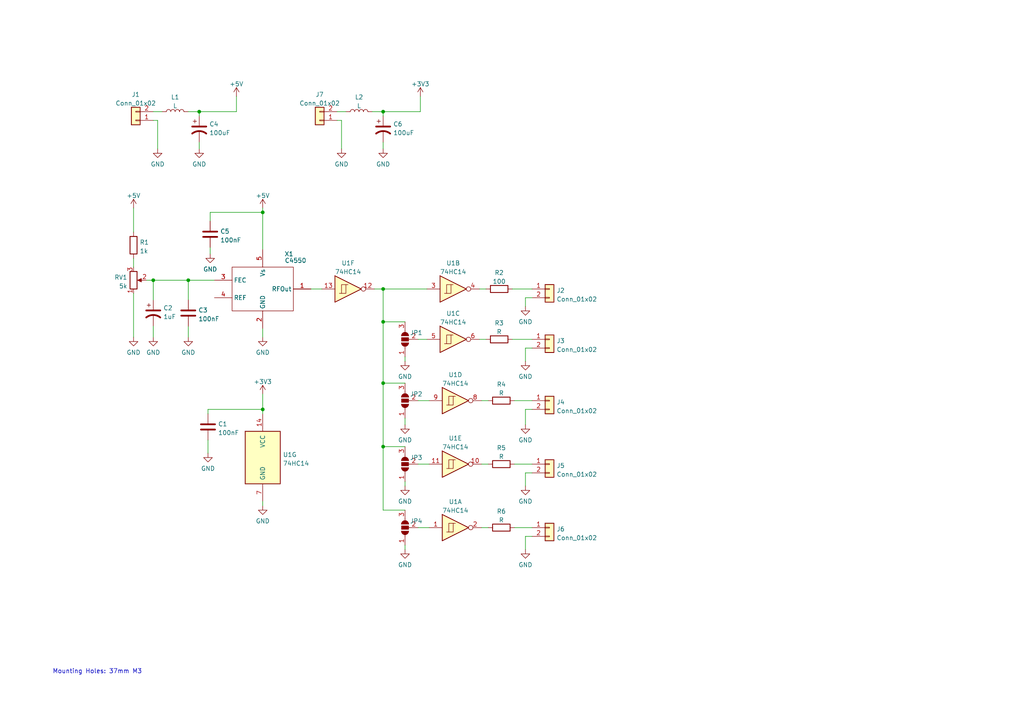
<source format=kicad_sch>
(kicad_sch (version 20211123) (generator eeschema)
  (paper "A4")
  (lib_symbols
    (symbol "74xx:74HC14" (pin_names (offset 1.016))
      (property "Reference" "U" (at 0 1.27 0))
      (property "Value" "74HC14" (at 0 -1.27 0))
      (symbol "74HC14_1_0"
        (polyline (pts (xy -3.81 3.81) (xy -3.81 -3.81) (xy 3.81 0) (xy -3.81 3.81)) (stroke (width 0.254)) (fill (type background)))
        (pin input line (at -7.62 0 0) (length 3.81) (name "~") (number "1"))
        (pin output inverted (at 7.62 0 180) (length 3.81) (name "~") (number "2"))
      )
      (symbol "74HC14_1_1"
        (polyline (pts (xy -1.905 -1.27) (xy -1.905 1.27) (xy -0.635 1.27)))
        (polyline (pts (xy -2.54 -1.27) (xy -0.635 -1.27) (xy -0.635 1.27) (xy 0 1.27)))
      )
      (symbol "74HC14_2_0"
        (polyline (pts (xy -3.81 3.81) (xy -3.81 -3.81) (xy 3.81 0) (xy -3.81 3.81)) (stroke (width 0.254)) (fill (type background)))
        (pin input line (at -7.62 0 0) (length 3.81) (name "~") (number "3"))
        (pin output inverted (at 7.62 0 180) (length 3.81) (name "~") (number "4"))
      )
      (symbol "74HC14_2_1"
        (polyline (pts (xy -1.905 -1.27) (xy -1.905 1.27) (xy -0.635 1.27)))
        (polyline (pts (xy -2.54 -1.27) (xy -0.635 -1.27) (xy -0.635 1.27) (xy 0 1.27)))
      )
      (symbol "74HC14_3_0"
        (polyline (pts (xy -3.81 3.81) (xy -3.81 -3.81) (xy 3.81 0) (xy -3.81 3.81)) (stroke (width 0.254)) (fill (type background)))
        (pin input line (at -7.62 0 0) (length 3.81) (name "~") (number "5"))
        (pin output inverted (at 7.62 0 180) (length 3.81) (name "~") (number "6"))
      )
      (symbol "74HC14_3_1"
        (polyline (pts (xy -1.905 -1.27) (xy -1.905 1.27) (xy -0.635 1.27)))
        (polyline (pts (xy -2.54 -1.27) (xy -0.635 -1.27) (xy -0.635 1.27) (xy 0 1.27)))
      )
      (symbol "74HC14_4_0"
        (polyline (pts (xy -3.81 3.81) (xy -3.81 -3.81) (xy 3.81 0) (xy -3.81 3.81)) (stroke (width 0.254)) (fill (type background)))
        (pin output inverted (at 7.62 0 180) (length 3.81) (name "~") (number "8"))
        (pin input line (at -7.62 0 0) (length 3.81) (name "~") (number "9"))
      )
      (symbol "74HC14_4_1"
        (polyline (pts (xy -1.905 -1.27) (xy -1.905 1.27) (xy -0.635 1.27)))
        (polyline (pts (xy -2.54 -1.27) (xy -0.635 -1.27) (xy -0.635 1.27) (xy 0 1.27)))
      )
      (symbol "74HC14_5_0"
        (polyline (pts (xy -3.81 3.81) (xy -3.81 -3.81) (xy 3.81 0) (xy -3.81 3.81)) (stroke (width 0.254)) (fill (type background)))
        (pin output inverted (at 7.62 0 180) (length 3.81) (name "~") (number "10"))
        (pin input line (at -7.62 0 0) (length 3.81) (name "~") (number "11"))
      )
      (symbol "74HC14_5_1"
        (polyline (pts (xy -1.905 -1.27) (xy -1.905 1.27) (xy -0.635 1.27)))
        (polyline (pts (xy -2.54 -1.27) (xy -0.635 -1.27) (xy -0.635 1.27) (xy 0 1.27)))
      )
      (symbol "74HC14_6_0"
        (polyline (pts (xy -3.81 3.81) (xy -3.81 -3.81) (xy 3.81 0) (xy -3.81 3.81)) (stroke (width 0.254)) (fill (type background)))
        (pin output inverted (at 7.62 0 180) (length 3.81) (name "~") (number "12"))
        (pin input line (at -7.62 0 0) (length 3.81) (name "~") (number "13"))
      )
      (symbol "74HC14_6_1"
        (polyline (pts (xy -1.905 -1.27) (xy -1.905 1.27) (xy -0.635 1.27)))
        (polyline (pts (xy -2.54 -1.27) (xy -0.635 -1.27) (xy -0.635 1.27) (xy 0 1.27)))
      )
      (symbol "74HC14_7_0"
        (pin power_in line (at 0 12.7 270) (length 5.08) (name "VCC") (number "14"))
        (pin power_in line (at 0 -12.7 90) (length 5.08) (name "GND") (number "7"))
      )
      (symbol "74HC14_7_1"
        (rectangle (start -5.08 7.62) (end 5.08 -7.62) (stroke (width 0.254)) (fill (type background)))
      )
    )
    (symbol "C4550:C4550"
      (property "Reference" "X" (at 5.08 11.43 0))
      (property "Value" "C4550" (at 7.62 8.89 0))
      (symbol "C4550_0_1"
        (rectangle (start -8.89 6.35) (end 8.89 -6.35) (stroke (width 0.1524)))
      )
      (symbol "C4550_1_1"
        (pin output line (at 13.97 0 180) (length 5.08) (name "RFOut") (number "1"))
        (pin input line (at 0 -11.43 90) (length 5.08) (name "GND") (number "2"))
        (pin output line (at -13.97 2.54 0) (length 5.08) (name "FEC") (number "3"))
        (pin output line (at -13.97 -2.54 0) (length 5.08) (name "REF") (number "4"))
        (pin output line (at 0 11.43 270) (length 5.08) (name "Vs") (number "5"))
      )
    )
    (symbol "Connector_Generic:Conn_01x02" (pin_names (offset 1.016) hide)
      (property "Reference" "J" (at 0 2.54 0))
      (property "Value" "Conn_01x02" (at 0 -5.08 0))
      (symbol "Conn_01x02_1_1"
        (rectangle (start -1.27 -2.413) (end 0 -2.667) (stroke (width 0.1524)))
        (rectangle (start -1.27 0.127) (end 0 -0.127) (stroke (width 0.1524)))
        (rectangle (start -1.27 1.27) (end 1.27 -3.81) (stroke (width 0.254)) (fill (type background)))
        (pin passive line (at -5.08 0 0) (length 3.81) (name "Pin_1") (number "1"))
        (pin passive line (at -5.08 -2.54 0) (length 3.81) (name "Pin_2") (number "2"))
      )
    )
    (symbol "Device:C" (pin_numbers hide) (pin_names (offset 0.254))
      (property "Reference" "C" (at 0.635 2.54 0))
      (property "Value" "C" (at 0.635 -2.54 0))
      (symbol "C_0_1"
        (polyline (pts (xy -2.032 -0.762) (xy 2.032 -0.762)) (stroke (width 0.508)))
        (polyline (pts (xy -2.032 0.762) (xy 2.032 0.762)) (stroke (width 0.508)))
      )
      (symbol "C_1_1"
        (pin passive line (at 0 3.81 270) (length 2.794) (name "~") (number "1"))
        (pin passive line (at 0 -3.81 90) (length 2.794) (name "~") (number "2"))
      )
    )
    (symbol "Device:C_Polarized_US" (pin_numbers hide) (pin_names (offset 0.254) hide)
      (property "Reference" "C" (at 0.635 2.54 0))
      (property "Value" "C_Polarized_US" (at 0.635 -2.54 0))
      (symbol "C_Polarized_US_0_1"
        (polyline (pts (xy -2.032 0.762) (xy 2.032 0.762)) (stroke (width 0.508)))
        (polyline (pts (xy -1.778 2.286) (xy -0.762 2.286)))
        (polyline (pts (xy -1.27 1.778) (xy -1.27 2.794)))
        (arc (start 2.032 -1.27) (mid 0 -0.5572) (end -2.032 -1.27) (stroke (width 0.508)))
      )
      (symbol "C_Polarized_US_1_1"
        (pin passive line (at 0 3.81 270) (length 2.794) (name "~") (number "1"))
        (pin passive line (at 0 -3.81 90) (length 3.302) (name "~") (number "2"))
      )
    )
    (symbol "Device:L" (pin_numbers hide) (pin_names (offset 1.016) hide)
      (property "Reference" "L" (at -1.27 0 90))
      (property "Value" "L" (at 1.905 0 90))
      (symbol "L_0_1"
        (arc (start 0 -2.54) (mid 0.635 -1.905) (end 0 -1.27))
        (arc (start 0 -1.27) (mid 0.635 -0.635) (end 0 0))
        (arc (start 0 0) (mid 0.635 0.635) (end 0 1.27))
        (arc (start 0 1.27) (mid 0.635 1.905) (end 0 2.54))
      )
      (symbol "L_1_1"
        (pin passive line (at 0 3.81 270) (length 1.27) (name "1") (number "1"))
        (pin passive line (at 0 -3.81 90) (length 1.27) (name "2") (number "2"))
      )
    )
    (symbol "Device:R" (pin_numbers hide) (pin_names (offset 0))
      (property "Reference" "R" (at 2.032 0 90))
      (property "Value" "R" (at 0 0 90))
      (symbol "R_0_1"
        (rectangle (start -1.016 -2.54) (end 1.016 2.54) (stroke (width 0.254)))
      )
      (symbol "R_1_1"
        (pin passive line (at 0 3.81 270) (length 1.27) (name "~") (number "1"))
        (pin passive line (at 0 -3.81 90) (length 1.27) (name "~") (number "2"))
      )
    )
    (symbol "Device:R_Potentiometer" (pin_names (offset 1.016) hide)
      (property "Reference" "RV" (at -4.445 0 90))
      (property "Value" "R_Potentiometer" (at -2.54 0 90))
      (symbol "R_Potentiometer_0_1"
        (polyline (pts (xy 2.54 0) (xy 1.524 0)))
        (polyline (pts (xy 1.143 0) (xy 2.286 0.508) (xy 2.286 -0.508) (xy 1.143 0)) (fill (type outline)))
        (rectangle (start 1.016 2.54) (end -1.016 -2.54) (stroke (width 0.254)))
      )
      (symbol "R_Potentiometer_1_1"
        (pin passive line (at 0 3.81 270) (length 1.27) (name "1") (number "1"))
        (pin passive line (at 3.81 0 180) (length 1.27) (name "2") (number "2"))
        (pin passive line (at 0 -3.81 90) (length 1.27) (name "3") (number "3"))
      )
    )
    (symbol "Jumper:SolderJumper_3_Open" (pin_names (offset 0) hide)
      (property "Reference" "JP" (at -2.54 -2.54 0))
      (property "Value" "SolderJumper_3_Open" (at 0 2.794 0))
      (symbol "SolderJumper_3_Open_0_1"
        (arc (start -1.016 1.016) (mid -2.032 0) (end -1.016 -1.016))
        (arc (start -1.016 1.016) (mid -2.032 0) (end -1.016 -1.016) (fill (type outline)))
        (rectangle (start -0.508 1.016) (end 0.508 -1.016) (fill (type outline)))
        (polyline (pts (xy -2.54 0) (xy -2.032 0)))
        (polyline (pts (xy -1.016 1.016) (xy -1.016 -1.016)))
        (polyline (pts (xy 0 -1.27) (xy 0 -1.016)))
        (polyline (pts (xy 1.016 1.016) (xy 1.016 -1.016)))
        (polyline (pts (xy 2.54 0) (xy 2.032 0)))
        (arc (start 1.016 -1.016) (mid 2.032 0) (end 1.016 1.016))
        (arc (start 1.016 -1.016) (mid 2.032 0) (end 1.016 1.016) (fill (type outline)))
      )
      (symbol "SolderJumper_3_Open_1_1"
        (pin passive line (at -5.08 0 0) (length 2.54) (name "A") (number "1"))
        (pin passive line (at 0 -3.81 90) (length 2.54) (name "C") (number "2"))
        (pin passive line (at 5.08 0 180) (length 2.54) (name "B") (number "3"))
      )
    )
    (symbol "power:+3.3V" (power) (pin_names (offset 0))
      (property "Value" "+3.3V" (at 0 3.556 0))
      (symbol "+3.3V_0_1"
        (polyline (pts (xy -0.762 1.27) (xy 0 2.54)))
        (polyline (pts (xy 0 0) (xy 0 2.54)))
        (polyline (pts (xy 0 2.54) (xy 0.762 1.27)))
      )
      (symbol "+3.3V_1_1"
        (pin power_in line (at 0 0 90) (length 0) hide (name "+3V3") (number "1"))
      )
    )
    (symbol "power:+5V" (power) (pin_names (offset 0))
      (property "Value" "+5V" (at 0 3.556 0))
      (symbol "+5V_0_1"
        (polyline (pts (xy -0.762 1.27) (xy 0 2.54)))
        (polyline (pts (xy 0 0) (xy 0 2.54)))
        (polyline (pts (xy 0 2.54) (xy 0.762 1.27)))
      )
      (symbol "+5V_1_1"
        (pin power_in line (at 0 0 90) (length 0) hide (name "+5V") (number "1"))
      )
    )
    (symbol "power:GND" (power) (pin_names (offset 0))
      (property "Value" "GND" (at 0 -3.81 0))
      (symbol "GND_0_1"
        (polyline (pts (xy 0 0) (xy 0 -1.27) (xy 1.27 -1.27) (xy 0 -2.54) (xy -1.27 -1.27) (xy 0 -1.27)))
      )
      (symbol "GND_1_1"
        (pin power_in line (at 0 0 270) (length 0) hide (name "GND") (number "1"))
      )
    )
  )
  (junction (at 111.125 93.345))
  (junction (at 111.125 83.82))
  (junction (at 44.45 81.28))
  (junction (at 76.2 118.745))
  (junction (at 111.125 32.385))
  (junction (at 111.125 111.125))
  (junction (at 76.2 61.595))
  (junction (at 111.125 129.54))
  (junction (at 57.785 32.385))
  (junction (at 54.61 81.28))
  (wire (pts (xy 111.125 93.345) (xy 111.125 111.125)))
  (wire (pts (xy 154.305 86.36) (xy 152.4 86.36)))
  (wire (pts (xy 97.79 32.385) (xy 100.33 32.385)))
  (wire (pts (xy 111.125 41.275) (xy 111.125 43.18)))
  (wire (pts (xy 121.285 98.425) (xy 123.825 98.425)))
  (wire (pts (xy 54.61 94.615) (xy 54.61 97.79)))
  (wire (pts (xy 111.125 83.82) (xy 123.825 83.82)))
  (wire (pts (xy 57.785 32.385) (xy 68.58 32.385)))
  (wire (pts (xy 148.59 83.82) (xy 154.305 83.82)))
  (wire (pts (xy 152.4 159.385) (xy 152.4 155.575)))
  (wire (pts (xy 111.125 32.385) (xy 121.92 32.385)))
  (wire (pts (xy 149.225 153.035) (xy 154.305 153.035)))
  (wire (pts (xy 152.4 155.575) (xy 154.305 155.575)))
  (wire (pts (xy 121.285 134.62) (xy 124.46 134.62)))
  (wire (pts (xy 76.2 95.25) (xy 76.2 97.79)))
  (wire (pts (xy 76.2 61.595) (xy 76.2 72.39)))
  (wire (pts (xy 45.72 34.925) (xy 45.72 43.18)))
  (wire (pts (xy 111.125 111.125) (xy 117.475 111.125)))
  (wire (pts (xy 152.4 104.775) (xy 152.4 100.965)))
  (wire (pts (xy 44.45 34.925) (xy 45.72 34.925)))
  (wire (pts (xy 139.065 98.425) (xy 140.97 98.425)))
  (wire (pts (xy 42.545 81.28) (xy 44.45 81.28)))
  (wire (pts (xy 76.2 60.325) (xy 76.2 61.595)))
  (wire (pts (xy 54.61 81.28) (xy 62.23 81.28)))
  (wire (pts (xy 152.4 118.745) (xy 154.305 118.745)))
  (wire (pts (xy 76.2 114.3) (xy 76.2 118.745)))
  (wire (pts (xy 60.96 61.595) (xy 76.2 61.595)))
  (wire (pts (xy 107.95 32.385) (xy 111.125 32.385)))
  (wire (pts (xy 111.125 129.54) (xy 117.475 129.54)))
  (wire (pts (xy 121.285 116.205) (xy 124.46 116.205)))
  (wire (pts (xy 38.735 60.325) (xy 38.735 67.31)))
  (wire (pts (xy 44.45 32.385) (xy 46.99 32.385)))
  (wire (pts (xy 111.125 32.385) (xy 111.125 33.655)))
  (wire (pts (xy 117.475 139.7) (xy 117.475 140.97)))
  (wire (pts (xy 44.45 81.28) (xy 44.45 86.995)))
  (wire (pts (xy 148.59 98.425) (xy 154.305 98.425)))
  (wire (pts (xy 57.785 32.385) (xy 57.785 33.655)))
  (wire (pts (xy 111.125 93.345) (xy 117.475 93.345)))
  (wire (pts (xy 152.4 86.36) (xy 152.4 88.9)))
  (wire (pts (xy 76.2 118.745) (xy 76.2 120.015)))
  (wire (pts (xy 111.125 129.54) (xy 111.125 147.955)))
  (wire (pts (xy 108.585 83.82) (xy 111.125 83.82)))
  (wire (pts (xy 111.125 147.955) (xy 117.475 147.955)))
  (wire (pts (xy 111.125 111.125) (xy 111.125 129.54)))
  (wire (pts (xy 54.61 81.28) (xy 54.61 86.995)))
  (wire (pts (xy 97.79 34.925) (xy 99.06 34.925)))
  (wire (pts (xy 121.92 27.94) (xy 121.92 32.385)))
  (wire (pts (xy 149.225 116.205) (xy 154.305 116.205)))
  (wire (pts (xy 60.325 118.745) (xy 60.325 120.015)))
  (wire (pts (xy 139.7 153.035) (xy 141.605 153.035)))
  (wire (pts (xy 152.4 100.965) (xy 154.305 100.965)))
  (wire (pts (xy 139.065 83.82) (xy 140.97 83.82)))
  (wire (pts (xy 152.4 123.19) (xy 152.4 118.745)))
  (wire (pts (xy 121.285 153.035) (xy 124.46 153.035)))
  (wire (pts (xy 99.06 34.925) (xy 99.06 43.18)))
  (wire (pts (xy 57.785 41.275) (xy 57.785 43.18)))
  (wire (pts (xy 44.45 81.28) (xy 54.61 81.28)))
  (wire (pts (xy 152.4 140.97) (xy 152.4 137.16)))
  (wire (pts (xy 38.735 74.93) (xy 38.735 77.47)))
  (wire (pts (xy 76.2 145.415) (xy 76.2 146.685)))
  (wire (pts (xy 111.125 83.82) (xy 111.125 93.345)))
  (wire (pts (xy 44.45 94.615) (xy 44.45 97.79)))
  (wire (pts (xy 60.96 64.135) (xy 60.96 61.595)))
  (wire (pts (xy 60.325 127.635) (xy 60.325 131.445)))
  (wire (pts (xy 54.61 32.385) (xy 57.785 32.385)))
  (wire (pts (xy 117.475 103.505) (xy 117.475 104.775)))
  (wire (pts (xy 139.7 116.205) (xy 141.605 116.205)))
  (wire (pts (xy 76.2 118.745) (xy 60.325 118.745)))
  (wire (pts (xy 139.7 134.62) (xy 141.605 134.62)))
  (wire (pts (xy 152.4 137.16) (xy 154.305 137.16)))
  (wire (pts (xy 68.58 27.94) (xy 68.58 32.385)))
  (wire (pts (xy 90.17 83.82) (xy 93.345 83.82)))
  (wire (pts (xy 38.735 85.09) (xy 38.735 97.79)))
  (wire (pts (xy 117.475 121.285) (xy 117.475 123.19)))
  (wire (pts (xy 60.96 71.755) (xy 60.96 73.66)))
  (wire (pts (xy 149.225 134.62) (xy 154.305 134.62)))
  (wire (pts (xy 117.475 158.115) (xy 117.475 159.385)))
  (text "Mounting Holes: 37mm M3" (at 15.24 195.58 0) (effects (font (size 1.27 1.27)) (justify left bottom)))
  (symbol (lib_id "power:GND") (at 117.475 123.19 0) (unit 1)
    (property "Reference" "#PWR015" (effects hide))
    (property "Value" "GND" (at 117.475 127.6334 0))
  )
  (symbol (lib_id "power:GND") (at 117.475 159.385 0) (unit 1)
    (property "Reference" "#PWR017" (effects hide))
    (property "Value" "GND" (at 117.475 163.8284 0))
  )
  (symbol (lib_id "power:GND") (at 76.2 97.79 0) (unit 1)
    (property "Reference" "#PWR013" (effects hide))
    (property "Value" "GND" (at 76.2 102.2334 0))
  )
  (symbol (lib_id "power:+5V") (at 76.2 60.325 0) (unit 1)
    (property "Reference" "#PWR012" (effects hide))
    (property "Value" "+5V" (at 76.2 56.7492 0))
  )
  (symbol (lib_id "power:GND") (at 57.785 43.18 0) (unit 1)
    (property "Reference" "#PWR09" (effects hide))
    (property "Value" "GND" (at 57.785 47.6234 0))
  )
  (symbol (lib_id "power:GND") (at 152.4 123.19 0) (unit 1)
    (property "Reference" "#PWR020" (effects hide))
    (property "Value" "GND" (at 152.4 127.6334 0))
  )
  (symbol (lib_id "Connector_Generic:Conn_01x02") (at 159.385 153.035 0) (unit 1)
    (property "Reference" "J6" (at 161.417 153.4703 0) (effects (justify left)))
    (property "Value" "Conn_01x02" (at 161.417 156.0072 0) (effects (justify left)))
    (property "Footprint" "Connector_PinHeader_2.54mm:PinHeader_1x02_P2.54mm_Vertical" (effects hide))
  )
  (symbol (lib_id "power:GND") (at 152.4 159.385 0) (unit 1)
    (property "Reference" "#PWR022" (effects hide))
    (property "Value" "GND" (at 152.4 163.8284 0))
  )
  (symbol (lib_id "74xx:74HC14") (at 132.08 116.205 0) (unit 4)
    (property "Reference" "U1" (at 132.08 108.6952 0))
    (property "Value" "74HC14" (at 132.08 111.2321 0))
    (property "Footprint" "Package_DIP:DIP-14_W7.62mm_LongPads" (effects hide))
    (property "Datasheet" "http://www.ti.com/lit/gpn/sn74HC14" (effects hide))
  )
  (symbol (lib_id "power:GND") (at 60.325 131.445 0) (unit 1)
    (property "Reference" "#PWR03" (effects hide))
    (property "Value" "GND" (at 60.325 135.8884 0))
  )
  (symbol (lib_id "power:GND") (at 44.45 97.79 0) (unit 1)
    (property "Reference" "#PWR04" (effects hide))
    (property "Value" "GND" (at 44.45 102.2334 0))
  )
  (symbol (lib_id "Jumper:SolderJumper_3_Open") (at 117.475 116.205 90) (unit 1)
    (property "Reference" "JP2" (at 122.555 114.3 90) (effects (justify left)))
    (property "Value" "SolderJumper_3_Open" (effects hide))
    (property "Footprint" "Jumper:SolderJumper-3_P1.3mm_Open_RoundedPad1.0x1.5mm" (effects hide))
  )
  (symbol (lib_id "74xx:74HC14") (at 76.2 132.715 0) (unit 7)
    (property "Reference" "U1" (at 82.042 131.8803 0) (effects (justify left)))
    (property "Value" "74HC14" (at 82.042 134.4172 0) (effects (justify left)))
    (property "Footprint" "Package_DIP:DIP-14_W7.62mm_LongPads" (effects hide))
    (property "Datasheet" "http://www.ti.com/lit/gpn/sn74HC14" (effects hide))
  )
  (symbol (lib_id "Device:C") (at 60.325 123.825 0) (unit 1)
    (property "Reference" "C1" (at 63.246 122.9903 0) (effects (justify left)))
    (property "Value" "100nF" (at 63.246 125.5272 0) (effects (justify left)))
    (property "Footprint" "Capacitor_THT:C_Disc_D5.0mm_W2.5mm_P2.50mm" (effects hide))
  )
  (symbol (lib_id "C4550:C4550") (at 76.2 83.82 0) (unit 1)
    (property "Reference" "X1" (at 83.82 73.66 0))
    (property "Value" "C4550" (at 85.725 75.565 0))
    (property "Footprint" "ocxo:ocxo" (effects hide))
  )
  (symbol (lib_id "Device:R") (at 145.415 116.205 90) (unit 1)
    (property "Reference" "R4" (at 145.415 111.4892 90))
    (property "Value" "R" (at 145.415 114.0261 90))
    (property "Footprint" "Resistor_THT:R_Axial_DIN0204_L3.6mm_D1.6mm_P7.62mm_Horizontal" (effects hide))
  )
  (symbol (lib_id "power:GND") (at 38.735 97.79 0) (unit 1)
    (property "Reference" "#PWR02" (effects hide))
    (property "Value" "GND" (at 38.735 102.2334 0))
  )
  (symbol (lib_id "power:GND") (at 99.06 43.18 0) (unit 1)
    (property "Reference" "#PWR0103" (effects hide))
    (property "Value" "GND" (at 99.06 47.6234 0))
  )
  (symbol (lib_id "power:+3.3V") (at 121.92 27.94 0) (unit 1)
    (property "Reference" "#PWR0102" (effects hide))
    (property "Value" "+3.3V" (at 121.92 24.3642 0))
  )
  (symbol (lib_id "Device:C") (at 54.61 90.805 0) (unit 1)
    (property "Reference" "C3" (at 57.531 89.9703 0) (effects (justify left)))
    (property "Value" "100nF" (at 57.531 92.5072 0) (effects (justify left)))
    (property "Footprint" "Capacitor_THT:C_Disc_D5.0mm_W2.5mm_P2.50mm" (effects hide))
  )
  (symbol (lib_id "power:GND") (at 152.4 104.775 0) (unit 1)
    (property "Reference" "#PWR019" (effects hide))
    (property "Value" "GND" (at 152.4 109.2184 0))
  )
  (symbol (lib_id "Device:C") (at 60.96 67.945 0) (unit 1)
    (property "Reference" "C5" (at 63.881 67.1103 0) (effects (justify left)))
    (property "Value" "100nF" (at 63.881 69.6472 0) (effects (justify left)))
    (property "Footprint" "Capacitor_THT:C_Disc_D5.0mm_W2.5mm_P2.50mm" (effects hide))
  )
  (symbol (lib_id "74xx:74HC14") (at 132.08 153.035 0) (unit 1)
    (property "Reference" "U1" (at 132.08 145.5252 0))
    (property "Value" "74HC14" (at 132.08 148.0621 0))
    (property "Footprint" "Package_DIP:DIP-14_W7.62mm_LongPads" (effects hide))
    (property "Datasheet" "http://www.ti.com/lit/gpn/sn74HC14" (effects hide))
  )
  (symbol (lib_id "Device:C_Polarized_US") (at 57.785 37.465 0) (unit 1)
    (property "Reference" "C4" (at 60.706 35.9953 0) (effects (justify left)))
    (property "Value" "100uF" (at 60.706 38.5322 0) (effects (justify left)))
    (property "Footprint" "Capacitor_THT:CP_Radial_D8.0mm_P3.80mm" (effects hide))
  )
  (symbol (lib_id "power:GND") (at 152.4 88.9 0) (unit 1)
    (property "Reference" "#PWR018" (effects hide))
    (property "Value" "GND" (at 152.4 93.3434 0))
  )
  (symbol (lib_id "74xx:74HC14") (at 100.965 83.82 0) (unit 6)
    (property "Reference" "U1" (at 100.965 76.3102 0))
    (property "Value" "74HC14" (at 100.965 78.8471 0))
    (property "Footprint" "Package_DIP:DIP-14_W7.62mm_LongPads" (effects hide))
    (property "Datasheet" "http://www.ti.com/lit/gpn/sn74HC14" (effects hide))
  )
  (symbol (lib_id "Device:R") (at 145.415 153.035 90) (unit 1)
    (property "Reference" "R6" (at 145.415 148.3192 90))
    (property "Value" "R" (at 145.415 150.8561 90))
    (property "Footprint" "Resistor_THT:R_Axial_DIN0204_L3.6mm_D1.6mm_P7.62mm_Horizontal" (effects hide))
  )
  (symbol (lib_id "74xx:74HC14") (at 131.445 98.425 0) (unit 3)
    (property "Reference" "U1" (at 131.445 90.9152 0))
    (property "Value" "74HC14" (at 131.445 93.4521 0))
    (property "Footprint" "Package_DIP:DIP-14_W7.62mm_LongPads" (effects hide))
    (property "Datasheet" "http://www.ti.com/lit/gpn/sn74HC14" (effects hide))
  )
  (symbol (lib_id "power:GND") (at 45.72 43.18 0) (unit 1)
    (property "Reference" "#PWR05" (effects hide))
    (property "Value" "GND" (at 45.72 47.6234 0))
  )
  (symbol (lib_id "Device:R_Potentiometer") (at 38.735 81.28 0) (mirror x) (unit 1)
    (property "Reference" "RV1" (at 36.9571 80.4453 0) (effects (justify right)))
    (property "Value" "5k" (at 36.9571 82.9822 0) (effects (justify right)))
    (property "Footprint" "Potentiometer_THT:Potentiometer_Bourns_3006P_Horizontal" (effects hide))
  )
  (symbol (lib_id "74xx:74HC14") (at 131.445 83.82 0) (unit 2)
    (property "Reference" "U1" (at 131.445 76.3102 0))
    (property "Value" "74HC14" (at 131.445 78.8471 0))
    (property "Footprint" "Package_DIP:DIP-14_W7.62mm_LongPads" (effects hide))
    (property "Datasheet" "http://www.ti.com/lit/gpn/sn74HC14" (effects hide))
  )
  (symbol (lib_id "power:GND") (at 60.96 73.66 0) (unit 1)
    (property "Reference" "#PWR010" (effects hide))
    (property "Value" "GND" (at 60.96 78.1034 0))
  )
  (symbol (lib_id "power:+5V") (at 38.735 60.325 0) (unit 1)
    (property "Reference" "#PWR01" (effects hide))
    (property "Value" "+5V" (at 38.735 56.7492 0))
  )
  (symbol (lib_id "power:GND") (at 152.4 140.97 0) (unit 1)
    (property "Reference" "#PWR021" (effects hide))
    (property "Value" "GND" (at 152.4 145.4134 0))
  )
  (symbol (lib_id "Jumper:SolderJumper_3_Open") (at 117.475 98.425 90) (unit 1)
    (property "Reference" "JP1" (at 122.555 96.52 90) (effects (justify left)))
    (property "Value" "SolderJumper_3_Open" (effects hide))
    (property "Footprint" "Jumper:SolderJumper-3_P1.3mm_Open_RoundedPad1.0x1.5mm" (effects hide))
  )
  (symbol (lib_id "Device:C_Polarized_US") (at 111.125 37.465 0) (unit 1)
    (property "Reference" "C6" (at 114.046 35.9953 0) (effects (justify left)))
    (property "Value" "100uF" (at 114.046 38.5322 0) (effects (justify left)))
    (property "Footprint" "Capacitor_THT:CP_Radial_D8.0mm_P3.80mm" (effects hide))
  )
  (symbol (lib_id "Connector_Generic:Conn_01x02") (at 159.385 134.62 0) (unit 1)
    (property "Reference" "J5" (at 161.417 135.0553 0) (effects (justify left)))
    (property "Value" "Conn_01x02" (at 161.417 137.5922 0) (effects (justify left)))
    (property "Footprint" "Connector_PinHeader_2.54mm:PinHeader_1x02_P2.54mm_Vertical" (effects hide))
  )
  (symbol (lib_id "Jumper:SolderJumper_3_Open") (at 117.475 134.62 90) (unit 1)
    (property "Reference" "JP3" (at 122.555 132.715 90) (effects (justify left)))
    (property "Value" "SolderJumper_3_Open" (effects hide))
    (property "Footprint" "Jumper:SolderJumper-3_P1.3mm_Open_RoundedPad1.0x1.5mm" (effects hide))
  )
  (symbol (lib_id "power:GND") (at 54.61 97.79 0) (unit 1)
    (property "Reference" "#PWR06" (effects hide))
    (property "Value" "GND" (at 54.61 102.2334 0))
  )
  (symbol (lib_id "Device:C_Polarized_US") (at 44.45 90.805 0) (unit 1)
    (property "Reference" "C2" (at 47.371 89.3353 0) (effects (justify left)))
    (property "Value" "1uF" (at 47.371 91.8722 0) (effects (justify left)))
    (property "Footprint" "Capacitor_THT:CP_Radial_D6.3mm_P2.50mm" (effects hide))
  )
  (symbol (lib_id "power:GND") (at 117.475 104.775 0) (unit 1)
    (property "Reference" "#PWR014" (effects hide))
    (property "Value" "GND" (at 117.475 109.2184 0))
  )
  (symbol (lib_id "Device:R") (at 145.415 134.62 90) (unit 1)
    (property "Reference" "R5" (at 145.415 129.9042 90))
    (property "Value" "R" (at 145.415 132.4411 90))
    (property "Footprint" "Resistor_THT:R_Axial_DIN0204_L3.6mm_D1.6mm_P7.62mm_Horizontal" (effects hide))
  )
  (symbol (lib_id "Device:R") (at 144.78 98.425 90) (unit 1)
    (property "Reference" "R3" (at 144.78 93.7092 90))
    (property "Value" "R" (at 144.78 96.2461 90))
    (property "Footprint" "Resistor_THT:R_Axial_DIN0204_L3.6mm_D1.6mm_P7.62mm_Horizontal" (effects hide))
  )
  (symbol (lib_id "power:GND") (at 76.2 146.685 0) (unit 1)
    (property "Reference" "#PWR08" (effects hide))
    (property "Value" "GND" (at 76.2 151.1284 0))
  )
  (symbol (lib_id "Device:R") (at 38.735 71.12 0) (unit 1)
    (property "Reference" "R1" (at 40.513 70.2853 0) (effects (justify left)))
    (property "Value" "1k" (at 40.513 72.8222 0) (effects (justify left)))
    (property "Footprint" "Resistor_THT:R_Axial_DIN0204_L3.6mm_D1.6mm_P7.62mm_Horizontal" (effects hide))
  )
  (symbol (lib_id "Device:L") (at 104.14 32.385 90) (unit 1)
    (property "Reference" "L2" (at 104.14 28.1772 90))
    (property "Value" "L" (at 104.14 30.7141 90))
    (property "Footprint" "Inductor_THT:L_Axial_L5.0mm_D3.6mm_P10.00mm_Horizontal_Murata_BL01RN1A2A2" (effects hide))
  )
  (symbol (lib_id "Connector_Generic:Conn_01x02") (at 159.385 116.205 0) (unit 1)
    (property "Reference" "J4" (at 161.417 116.6403 0) (effects (justify left)))
    (property "Value" "Conn_01x02" (at 161.417 119.1772 0) (effects (justify left)))
    (property "Footprint" "Connector_PinHeader_2.54mm:PinHeader_1x02_P2.54mm_Vertical" (effects hide))
  )
  (symbol (lib_id "74xx:74HC14") (at 132.08 134.62 0) (unit 5)
    (property "Reference" "U1" (at 132.08 127.1102 0))
    (property "Value" "74HC14" (at 132.08 129.6471 0))
    (property "Footprint" "Package_DIP:DIP-14_W7.62mm_LongPads" (effects hide))
    (property "Datasheet" "http://www.ti.com/lit/gpn/sn74HC14" (effects hide))
  )
  (symbol (lib_id "Jumper:SolderJumper_3_Open") (at 117.475 153.035 90) (unit 1)
    (property "Reference" "JP4" (at 122.555 151.13 90) (effects (justify left)))
    (property "Value" "SolderJumper_3_Open" (effects hide))
    (property "Footprint" "Jumper:SolderJumper-3_P1.3mm_Open_RoundedPad1.0x1.5mm" (effects hide))
  )
  (symbol (lib_id "Device:R") (at 144.78 83.82 90) (unit 1)
    (property "Reference" "R2" (at 144.78 79.1042 90))
    (property "Value" "100" (at 144.78 81.6411 90))
    (property "Footprint" "Resistor_THT:R_Axial_DIN0204_L3.6mm_D1.6mm_P7.62mm_Horizontal" (effects hide))
  )
  (symbol (lib_id "Connector_Generic:Conn_01x02") (at 39.37 34.925 180) (unit 1)
    (property "Reference" "J1" (at 39.37 27.4152 0))
    (property "Value" "Conn_01x02" (at 39.37 29.9521 0))
    (property "Footprint" "Connector_PinHeader_2.54mm:PinHeader_1x02_P2.54mm_Vertical" (effects hide))
  )
  (symbol (lib_id "power:GND") (at 111.125 43.18 0) (unit 1)
    (property "Reference" "#PWR0101" (effects hide))
    (property "Value" "GND" (at 111.125 47.6234 0))
  )
  (symbol (lib_id "Connector_Generic:Conn_01x02") (at 92.71 34.925 180) (unit 1)
    (property "Reference" "J7" (at 92.71 27.4152 0))
    (property "Value" "Conn_01x02" (at 92.71 29.9521 0))
    (property "Footprint" "Connector_PinHeader_2.54mm:PinHeader_1x02_P2.54mm_Vertical" (effects hide))
  )
  (symbol (lib_id "power:+3.3V") (at 76.2 114.3 0) (unit 1)
    (property "Reference" "#PWR0104" (effects hide))
    (property "Value" "+3.3V" (at 76.2 110.7242 0))
  )
  (symbol (lib_id "Connector_Generic:Conn_01x02") (at 159.385 83.82 0) (unit 1)
    (property "Reference" "J2" (at 161.417 84.2553 0) (effects (justify left)))
    (property "Value" "Conn_01x02" (at 161.417 86.7922 0) (effects (justify left)))
    (property "Footprint" "Connector_PinHeader_2.54mm:PinHeader_1x02_P2.54mm_Vertical" (effects hide))
  )
  (symbol (lib_id "Device:L") (at 50.8 32.385 90) (unit 1)
    (property "Reference" "L1" (at 50.8 28.1772 90))
    (property "Value" "L" (at 50.8 30.7141 90))
    (property "Footprint" "Inductor_THT:L_Axial_L5.0mm_D3.6mm_P10.00mm_Horizontal_Murata_BL01RN1A2A2" (effects hide))
  )
  (symbol (lib_id "power:+5V") (at 68.58 27.94 0) (unit 1)
    (property "Reference" "#PWR011" (effects hide))
    (property "Value" "+5V" (at 68.58 24.3642 0))
  )
  (symbol (lib_id "power:GND") (at 117.475 140.97 0) (unit 1)
    (property "Reference" "#PWR016" (effects hide))
    (property "Value" "GND" (at 117.475 145.4134 0))
  )
  (symbol (lib_id "Connector_Generic:Conn_01x02") (at 159.385 98.425 0) (unit 1)
    (property "Reference" "J3" (at 161.417 98.8603 0) (effects (justify left)))
    (property "Value" "Conn_01x02" (at 161.417 101.3972 0) (effects (justify left)))
    (property "Footprint" "Connector_PinHeader_2.54mm:PinHeader_1x02_P2.54mm_Vertical" (effects hide))
  )
)
</source>
